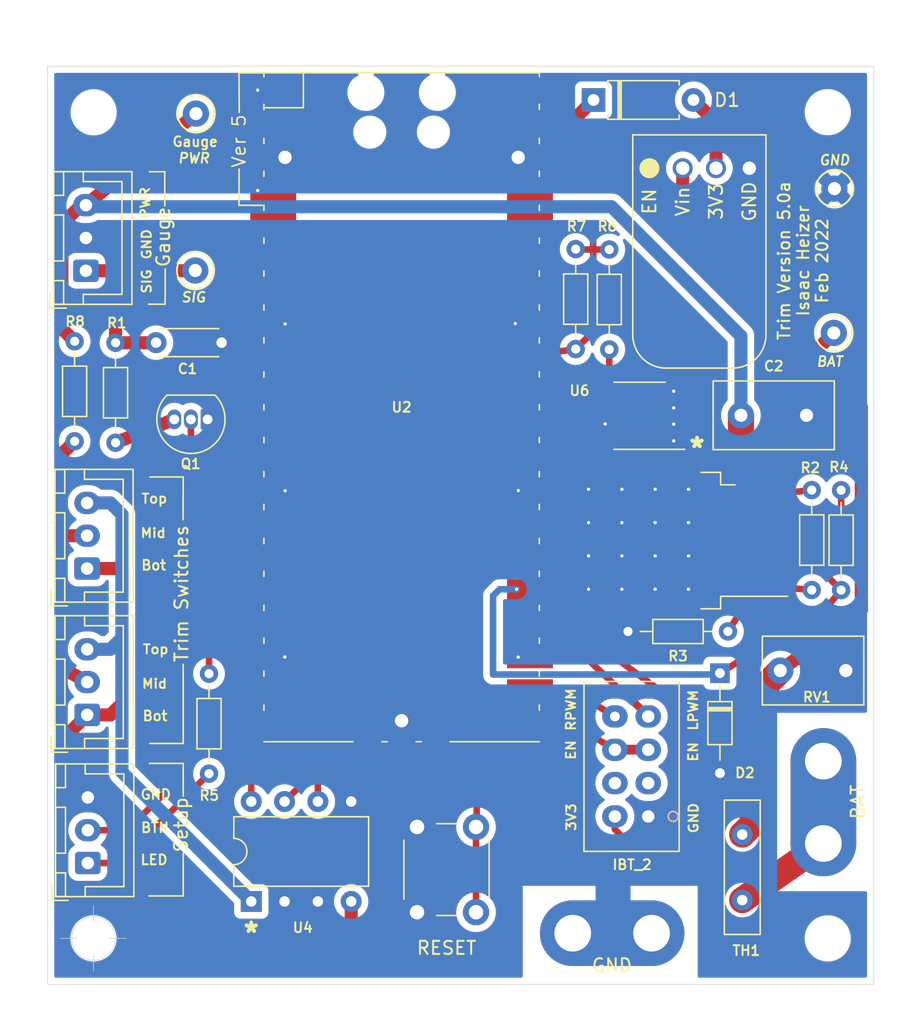
<source format=kicad_pcb>
(kicad_pcb (version 20211014) (generator pcbnew)
  (layers (0 "F.Cu" signal) (31 "B.Cu" signal) (34 "B.Paste" user) (35 "F.Paste" user) (36 "B.SilkS" user "B.Silkscreen") (37 "F.SilkS" user "F.Silkscreen") (38 "B.Mask" user) (39 "F.Mask" user) (44 "Edge.Cuts" user))
  (net 0 "")
  (net 1 "GND")
  (net 2 "Net-(C1-Pad1)")
  (net 3 "Net-(J2-Pad2)")
  (net 4 "Net-(Q1-Pad3)")
  (net 5 "Net-(R2-Pad1)")
  (net 6 "Net-(SW1-Pad1)")
  (net 7 "Net-(J4-Pad1)")
  (net 8 "/~{Gauge Enable}")
  (net 11 "/3V3")
  (net 12 "Net-(H1-Pad1)")
  (net 26 "Net-(D1-Pad1)")
  (net 27 "Net-(D1-Pad2)")
  (net 30 "/SDA")
  (net 33 "/SCL")
  (net 35 "/Gauge PWM")
  (net 36 "Net-(J2-Pad1)")
  (net 37 "Net-(J2-Pad3)")
  (net 38 "/Status LED")
  (net 39 "/EN")
  (net 40 "/LWPM")
  (net 41 "/RWPM")
  (net 42 "/Switch Enable")
  (net 43 "/~{Config Btn}")
  (net 44 "/~{Switch Bot}")
  (net 45 "/~{Switch Top}")
  (net 46 "/10V2")
  (net 47 "/BAT")
  (footprint "Connector_JST:JST_XH_B3B-XH-A_1x03_P2.50mm_Vertical" (layer "F.Cu") (at 123.7 72.32 90)
    (fp_text reference "J1" hide)
    (fp_text value "Gauge")
    (pad "1" thru_hole roundrect locked (at 0 0 90) (size 1.7 1.95) (drill 0.95) (layers *.Cu *.Mask) (roundrect_rratio 0.1470588235) (net 2 "Net-(C1-Pad1)"))
    (pad "2" thru_hole oval locked (at 2.5 0 90) (size 1.7 1.95) (drill 0.95) (layers *.Cu *.Mask) (net 1 "GND"))
    (pad "3" thru_hole oval locked (at 5 0 90) (size 1.7 1.95) (drill 0.95) (layers *.Cu *.Mask) (net 46 "/10V2"))
  )
  (footprint "Connector_JST:JST_XH_B3B-XH-A_1x03_P2.50mm_Vertical" (layer "F.Cu") (at 123.845 117.475 90)
    (fp_text reference "J4" hide)
    (fp_text value "Config Btn")
    (pad "1" thru_hole roundrect locked (at 0 0 90) (size 1.7 1.95) (drill 0.95) (layers *.Cu *.Mask) (roundrect_rratio 0.1470588235) (net 7 "Net-(J4-Pad1)"))
    (pad "2" thru_hole oval locked (at 2.5 0 90) (size 1.7 1.95) (drill 0.95) (layers *.Cu *.Mask) (net 43 "/~{Config Btn}"))
    (pad "3" thru_hole oval locked (at 5 0 90) (size 1.7 1.95) (drill 0.95) (layers *.Cu *.Mask) (net 1 "GND"))
  )
  (footprint "Package_TO_SOT_THT:TO-92_Inline" (layer "F.Cu") (at 132.98 83.65 180)
    (fp_text reference "Q1" (at 1.29 -3.39 180) (layer "F.SilkS") (effects (font (size 0.75 0.75))))
    (fp_text value "2N7000BU")
    (pad "1" thru_hole rect locked (at 0 0 180) (size 1.05 1.5) (drill 0.75) (layers *.Cu *.Mask) (net 1 "GND"))
    (pad "2" thru_hole oval locked (at 1.27 0 180) (size 1.05 1.5) (drill 0.75) (layers *.Cu *.Mask) (net 35 "/Gauge PWM"))
    (pad "3" thru_hole oval locked (at 2.54 0 180) (size 1.05 1.5) (drill 0.75) (layers *.Cu *.Mask) (net 4 "Net-(Q1-Pad3)"))
  )
  (footprint "Resistor_THT:R_Axial_DIN0204_L3.6mm_D1.6mm_P7.62mm_Horizontal" (layer "F.Cu") (at 125.96 77.81 -90)
    (fp_text reference "R1" (at -1.505 -0.095 180) (layer "F.SilkS") (effects (font (size 0.75 0.75))))
    (fp_text value "1R0")
    (pad "1" thru_hole circle locked (at 0 0 270) (size 1.4 1.4) (drill 0.7) (layers *.Cu *.Mask) (net 2 "Net-(C1-Pad1)"))
    (pad "2" thru_hole oval locked (at 7.62 0 270) (size 1.4 1.4) (drill 0.7) (layers *.Cu *.Mask) (net 4 "Net-(Q1-Pad3)"))
  )
  (footprint "Resistor_THT:R_Axial_DIN0204_L3.6mm_D1.6mm_P7.62mm_Horizontal" (layer "F.Cu") (at 179.05 96.66 90)
    (fp_text reference "R2" (at 9.32 -0.11) (layer "F.SilkS") (effects (font (size 0.75 0.75))))
    (fp_text value "35K7" hide)
    (pad "1" thru_hole circle locked (at 0 0 90) (size 1.4 1.4) (drill 0.7) (layers *.Cu *.Mask) (net 5 "Net-(R2-Pad1)"))
    (pad "2" thru_hole oval locked (at 7.62 0 90) (size 1.4 1.4) (drill 0.7) (layers *.Cu *.Mask) (net 46 "/10V2"))
  )
  (footprint "Resistor_THT:R_Axial_DIN0204_L3.6mm_D1.6mm_P7.62mm_Horizontal" (layer "F.Cu") (at 181.29 96.67 90)
    (fp_text reference "R4" (at 9.385 -0.165) (layer "F.SilkS") (effects (font (size 0.75 0.75))))
    (fp_text value "4K7")
    (pad "1" thru_hole circle locked (at 0 0 90) (size 1.4 1.4) (drill 0.7) (layers *.Cu *.Mask) (net 8 "/~{Gauge Enable}"))
    (pad "2" thru_hole oval locked (at 7.62 0 90) (size 1.4 1.4) (drill 0.7) (layers *.Cu *.Mask) (net 47 "/BAT"))
  )
  (footprint "Connector_JST:JST_XH_B3B-XH-A_1x03_P2.50mm_Vertical" (layer "F.Cu") (at 123.8 106.18 90)
    (fp_text reference "J2" hide)
    (fp_text value "Trim Sw")
    (pad "1" thru_hole roundrect locked (at 0 0 90) (size 1.7 1.95) (drill 0.95) (layers *.Cu *.Mask) (roundrect_rratio 0.1470588235) (net 36 "Net-(J2-Pad1)"))
    (pad "2" thru_hole oval locked (at 2.5 0 90) (size 1.7 1.95) (drill 0.95) (layers *.Cu *.Mask) (net 3 "Net-(J2-Pad2)"))
    (pad "3" thru_hole oval locked (at 5 0 90) (size 1.7 1.95) (drill 0.95) (layers *.Cu *.Mask) (net 37 "Net-(J2-Pad3)"))
  )
  (footprint "Connector_JST:JST_XH_B3B-XH-A_1x03_P2.50mm_Vertical" (layer "F.Cu") (at 123.79 95.02 90)
    (fp_text reference "J3" hide)
    (fp_text value "Trim Sw" hide)
    (pad "1" thru_hole roundrect locked (at 0 0 90) (size 1.7 1.95) (drill 0.95) (layers *.Cu *.Mask) (roundrect_rratio 0.1470588235) (net 36 "Net-(J2-Pad1)"))
    (pad "2" thru_hole oval locked (at 2.5 0 90) (size 1.7 1.95) (drill 0.95) (layers *.Cu *.Mask) (net 3 "Net-(J2-Pad2)"))
    (pad "3" thru_hole oval locked (at 5 0 90) (size 1.7 1.95) (drill 0.95) (layers *.Cu *.Mask) (net 37 "Net-(J2-Pad3)"))
  )
  (footprint "Button_Switch_THT:SW_PUSH_6mm_H7.3mm" (layer "F.Cu") (at 153.45 114.725 -90)
    (fp_text reference "SW1" hide)
    (fp_text value "Reset")
    (pad "1" thru_hole circle locked (at 6.5 0) (size 2 2) (drill 1.1) (layers *.Cu *.Mask) (net 6 "Net-(SW1-Pad1)"))
    (pad "1" thru_hole circle locked (at 0 0) (size 2 2) (drill 1.1) (layers *.Cu *.Mask) (net 6 "Net-(SW1-Pad1)"))
    (pad "2" thru_hole circle locked (at 6.5 4.5) (size 2 2) (drill 1.1) (layers *.Cu *.Mask) (net 1 "GND"))
    (pad "2" thru_hole circle locked (at 0 4.5) (size 2 2) (drill 1.1) (layers *.Cu *.Mask) (net 1 "GND"))
  )
  (footprint "Capacitor_THT:C_Disc_D4.3mm_W1.9mm_P5.00mm" (layer "F.Cu") (at 129.05 77.8)
    (fp_text reference "C1" (at 2.4 2 180) (layer "F.SilkS") (effects (font (size 0.75 0.75))))
    (fp_text value ".01u")
    (pad "1" thru_hole circle locked (at 0 0) (size 1.6 1.6) (drill 0.8) (layers *.Cu *.Mask) (net 2 "Net-(C1-Pad1)"))
    (pad "2" thru_hole circle locked (at 5 0) (size 1.6 1.6) (drill 0.8) (layers *.Cu *.Mask) (net 1 "GND"))
  )
  (footprint "Resistor_THT:R_Axial_DIN0204_L3.6mm_D1.6mm_P7.62mm_Horizontal" (layer "F.Cu") (at 122.84 77.7 -90)
    (fp_text reference "R8" (at -1.505 -0.035) (layer "F.SilkS") (effects (font (size 0.75 0.75))))
    (fp_text value "4K7")
    (pad "1" thru_hole circle locked (at 0 0 270) (size 1.4 1.4) (drill 0.7) (layers *.Cu *.Mask) (net 46 "/10V2"))
    (pad "2" thru_hole oval locked (at 7.62 0 270) (size 1.4 1.4) (drill 0.7) (layers *.Cu *.Mask) (net 3 "Net-(J2-Pad2)"))
  )
  (footprint "Resistor_THT:R_Axial_DIN0204_L3.6mm_D1.6mm_P7.62mm_Horizontal" (layer "F.Cu") (at 172.66 99.82 180)
    (fp_text reference "R3" (at 3.81 -1.88 180) (layer "F.SilkS") (effects (font (size 0.75 0.75))))
    (fp_text value "5K11 (R1)")
    (pad "1" thru_hole circle locked (at 0 0 180) (size 1.4 1.4) (drill 0.7) (layers *.Cu *.Mask) (net 5 "Net-(R2-Pad1)"))
    (pad "2" thru_hole oval locked (at 7.62 0 180) (size 1.4 1.4) (drill 0.7) (layers *.Cu *.Mask) (net 1 "GND"))
  )
  (footprint "Package_DIP:DIP-8_W7.62mm" (layer "F.Cu") (at 136.31 120.405 90)
    (fp_text reference "U4" (at -1.995 3.925 180) (layer "F.SilkS") (effects (font (size 0.75 0.75))))
    (fp_text value "CPC5002G")
    (pad "1" thru_hole rect locked (at 0 0 90) (size 1.6 1.6) (drill 0.8) (layers *.Cu *.Mask) (net 37 "Net-(J2-Pad3)"))
    (pad "2" thru_hole oval locked (at 0 2.54 90) (size 1.6 1.6) (drill 0.8) (layers *.Cu *.Mask) (net 1 "GND"))
    (pad "3" thru_hole oval locked (at 0 5.08 90) (size 1.6 1.6) (drill 0.8) (layers *.Cu *.Mask) (net 1 "GND"))
    (pad "4" thru_hole oval locked (at 0 7.62 90) (size 1.6 1.6) (drill 0.8) (layers *.Cu *.Mask) (net 36 "Net-(J2-Pad1)"))
    (pad "5" thru_hole oval locked (at 7.62 7.62 90) (size 1.6 1.6) (drill 0.8) (layers *.Cu *.Mask) (net 1 "GND"))
    (pad "6" thru_hole oval locked (at 7.62 5.08 90) (size 1.6 1.6) (drill 0.8) (layers *.Cu *.Mask) (net 44 "/~{Switch Bot}"))
    (pad "7" thru_hole oval locked (at 7.62 2.54 90) (size 1.6 1.6) (drill 0.8) (layers *.Cu *.Mask) (net 45 "/~{Switch Top}"))
    (pad "8" thru_hole oval locked (at 7.62 0 90) (size 1.6 1.6) (drill 0.8) (layers *.Cu *.Mask) (net 42 "/Switch Enable"))
  )
  (footprint "Resistor_THT:R_Axial_DIN0204_L3.6mm_D1.6mm_P7.62mm_Horizontal" (layer "F.Cu") (at 133.09 110.66 90)
    (fp_text reference "R5" (at -1.665 0.015) (layer "F.SilkS") (effects (font (size 0.75 0.75))))
    (fp_text value "100")
    (pad "1" thru_hole circle locked (at 0 0 90) (size 1.4 1.4) (drill 0.7) (layers *.Cu *.Mask) (net 7 "Net-(J4-Pad1)"))
    (pad "2" thru_hole oval locked (at 7.62 0 90) (size 1.4 1.4) (drill 0.7) (layers *.Cu *.Mask) (net 38 "/Status LED"))
  )
  (footprint "myfootprints:RPi_Pico_SMD" (layer "F.Cu") (at 147.775 82.725)
    (fp_text reference "U2" (at 0 0) (layer "F.SilkS") (effects (font (size 0.75 0.75))))
    (fp_text value "Pico")
    (pad "" np_thru_hole oval locked (at 2.425 -20.97) (size 1.5 1.5) (drill 1.5) (layers *.Cu *.Mask))
    (pad "" np_thru_hole oval locked (at -2.425 -20.97) (size 1.5 1.5) (drill 1.5) (layers *.Cu *.Mask))
    (pad "" np_thru_hole oval locked (at -2.725 -24) (size 1.8 1.8) (drill 1.8) (layers *.Cu *.Mask))
    (pad "" np_thru_hole oval locked (at 2.725 -24) (size 1.8 1.8) (drill 1.8) (layers *.Cu *.Mask))
    (pad "1" smd rect locked (at -8.89 -24.13) (size 3.5 1.7) (drill (offset -0.9 0)) (layers "F.Cu" "F.Mask") (net 1 "GND"))
    (pad "2" smd rect locked (at -8.89 -21.59) (size 3.5 1.7) (drill (offset -0.9 0)) (layers "F.Cu" "F.Mask"))
    (pad "3" thru_hole rect locked (at -8.89 -19.05) (size 3.5 1.7) (drill 1.02 (offset -0.9 0)) (layers *.Cu "F.Mask") (net 1 "GND"))
    (pad "4" smd rect locked (at -8.89 -16.51) (size 3.5 1.7) (drill (offset -0.9 0)) (layers "F.Cu" "F.Mask") (net 1 "GND"))
    (pad "5" smd rect locked (at -8.89 -13.97) (size 3.5 1.7) (drill (offset -0.9 0)) (layers "F.Cu" "F.Mask"))
    (pad "6" smd rect locked (at -8.89 -11.43) (size 3.5 1.7) (drill (offset -0.9 0)) (layers "F.Cu" "F.Mask"))
    (pad "7" smd rect locked (at -8.89 -8.89) (size 3.5 1.7) (drill (offset -0.9 0)) (layers "F.Cu" "F.Mask"))
    (pad "8" smd rect locked (at -8.89 -6.35) (size 3.5 1.7) (drill (offset -0.9 0)) (layers "F.Cu" "F.Mask") (net 1 "GND"))
    (pad "9" smd rect locked (at -8.89 -3.81) (size 3.5 1.7) (drill (offset -0.9 0)) (layers "F.Cu" "F.Mask"))
    (pad "10" smd rect locked (at -8.89 -1.27) (size 3.5 1.7) (drill (offset -0.9 0)) (layers "F.Cu" "F.Mask"))
    (pad "11" smd rect locked (at -8.89 1.27) (size 3.5 1.7) (drill (offset -0.9 0)) (layers "F.Cu" "F.Mask"))
    (pad "12" smd rect locked (at -8.89 3.81) (size 3.5 1.7) (drill (offset -0.9 0)) (layers "F.Cu" "F.Mask"))
    (pad "13" smd rect locked (at -8.89 6.35) (size 3.5 1.7) (drill (offset -0.9 0)) (layers "F.Cu" "F.Mask") (net 1 "GND"))
    (pad "14" smd rect locked (at -8.89 8.89) (size 3.5 1.7) (drill (offset -0.9 0)) (layers "F.Cu" "F.Mask") (net 35 "/Gauge PWM"))
    (pad "15" smd rect locked (at -8.89 11.43) (size 3.5 1.7) (drill (offset -0.9 0)) (layers "F.Cu" "F.Mask") (net 43 "/~{Config Btn}"))
    (pad "16" smd rect locked (at -8.89 13.97) (size 3.5 1.7) (drill (offset -0.9 0)) (layers "F.Cu" "F.Mask") (net 38 "/Status LED"))
    (pad "17" smd rect locked (at -8.89 16.51) (size 3.5 1.7) (drill (offset -0.9 0)) (layers "F.Cu" "F.Mask") (net 44 "/~{Switch Bot}"))
    (pad "18" smd rect locked (at -8.89 19.05) (size 3.5 1.7) (drill (offset -0.9 0)) (layers "F.Cu" "F.Mask") (net 1 "GND"))
    (pad "19" smd rect locked (at -8.89 21.59) (size 3.5 1.7) (drill (offset -0.9 0)) (layers "F.Cu" "F.Mask") (net 45 "/~{Switch Top}"))
    (pad "20" smd rect locked (at -8.89 24.13) (size 3.5 1.7) (drill (offset -0.9 0)) (layers "F.Cu" "F.Mask") (net 42 "/Switch Enable"))
    (pad "21" smd rect locked (at 8.89 24.13) (size 3.5 1.7) (drill (offset 0.9 0)) (layers "F.Cu" "F.Mask") (net 39 "/EN"))
    (pad "22" smd rect locked (at 8.89 21.59) (size 3.5 1.7) (drill (offset 0.9 0)) (layers "F.Cu" "F.Mask") (net 40 "/LWPM"))
    (pad "23" smd rect locked (at 8.89 19.05) (size 3.5 1.7) (drill (offset 0.9 0)) (layers "F.Cu" "F.Mask") (net 1 "GND"))
    (pad "24" smd rect locked (at 8.89 16.51) (size 3.5 1.7) (drill (offset 0.9 0)) (layers "F.Cu" "F.Mask") (net 41 "/RWPM"))
    (pad "25" smd rect locked (at 8.89 13.97) (size 3.5 1.7) (drill (offset 0.9 0)) (layers "F.Cu" "F.Mask") (net 8 "/~{Gauge Enable}"))
    (pad "26" smd rect locked (at 8.89 11.43) (size 3.5 1.7) (drill (offset 0.9 0)) (layers "F.Cu" "F.Mask"))
    (pad "27" smd rect locked (at 8.89 8.89) (size 3.5 1.7) (drill (offset 0.9 0)) (layers "F.Cu" "F.Mask"))
    (pad "28" smd rect locked (at 8.89 6.35) (size 3.5 1.7) (drill (offset 0.9 0)) (layers "F.Cu" "F.Mask") (net 1 "GND"))
    (pad "29" smd rect locked (at 8.89 3.81) (size 3.5 1.7) (drill (offset 0.9 0)) (layers "F.Cu" "F.Mask"))
    (pad "30" smd rect locked (at 8.89 1.27) (size 3.5 1.7) (drill (offset 0.9 0)) (layers "F.Cu" "F.Mask") (net 6 "Net-(SW1-Pad1)"))
    (pad "31" smd rect locked (at 8.89 -1.27) (size 3.5 1.7) (drill (offset 0.9 0)) (layers "F.Cu" "F.Mask") (net 30 "/SDA"))
    (pad "32" smd rect locked (at 8.89 -3.81) (size 3.5 1.7) (drill (offset 0.9 0)) (layers "F.Cu" "F.Mask") (net 33 "/SCL"))
    (pad "33" smd rect locked (at 8.89 -6.35) (size 3.5 1.7) (drill (offset 0.9 0)) (layers "F.Cu" "F.Mask") (net 1 "GND"))
    (pad "34" smd rect locked (at 8.89 -8.89) (size 3.5 1.7) (drill (offset 0.9 0)) (layers "F.Cu" "F.Mask"))
    (pad "35" smd rect locked (at 8.89 -11.43) (size 3.5 1.7) (drill (offset 0.9 0)) (layers "F.Cu" "F.Mask"))
    (pad "36" smd rect locked (at 8.89 -13.97) (size 3.5 1.7) (drill (offset 0.9 0)) (layers "F.Cu" "F.Mask") (net 11 "/3V3"))
    (pad "37" smd rect locked (at 8.89 -16.51) (size 3.5 1.7) (drill (offset 0.9 0)) (layers "F.Cu" "F.Mask"))
    (pad "38" thru_hole rect locked (at 8.89 -19.05) (size 3.5 1.7) (drill 1.02 (offset 0.9 0)) (layers *.Cu "F.Mask") (net 1 "GND"))
    (pad "39" smd rect locked (at 8.89 -21.59) (size 3.5 1.7) (drill (offset 0.9 0)) (layers "F.Cu" "F.Mask") (net 26 "Net-(D1-Pad1)"))
    (pad "40" smd rect locked (at 8.89 -24.13) (size 3.5 1.7) (drill (offset 0.9 0)) (layers "F.Cu" "F.Mask"))
    (pad "41" smd rect locked (at -2.54 23.9 90) (size 3.5 1.7) (drill (offset -0.9 0)) (layers "F.Cu" "F.Mask"))
    (pad "42" thru_hole rect locked (at 0 23.9 90) (size 3.5 1.7) (drill 1.02 (offset -0.9 0)) (layers *.Cu "F.Mask") (net 1 "GND"))
    (pad "43" smd rect locked (at 2.54 23.9 90) (size 3.5 1.7) (drill (offset -0.9 0)) (layers "F.Cu" "F.Mask"))
  )
  (footprint "Package_SO:SOP-8_3.9x4.9mm_P1.27mm" (layer "F.Cu") (at 165.925 83.375 180)
    (fp_text reference "U6" (at 4.585 1.915 180) (layer "F.SilkS") (effects (font (size 0.75 0.75))))
    (fp_text value "MB85RC64TA")
    (pad "1" smd roundrect locked (at -2.625 -1.905 180) (size 1.65 0.6) (layers "F.Cu" "F.Paste" "F.Mask") (net 1 "GND"))
    (pad "2" smd roundrect locked (at -2.625 -0.635 180) (size 1.65 0.6) (layers "F.Cu" "F.Paste" "F.Mask") (net 1 "GND"))
    (pad "3" smd roundrect locked (at -2.625 0.635 180) (size 1.65 0.6) (layers "F.Cu" "F.Paste" "F.Mask") (net 1 "GND"))
    (pad "4" smd roundrect locked (at -2.625 1.905 180) (size 1.65 0.6) (layers "F.Cu" "F.Paste" "F.Mask") (net 1 "GND"))
    (pad "5" smd roundrect locked (at 2.625 1.905 180) (size 1.65 0.6) (layers "F.Cu" "F.Paste" "F.Mask") (net 30 "/SDA"))
    (pad "6" smd roundrect locked (at 2.625 0.635 180) (size 1.65 0.6) (layers "F.Cu" "F.Paste" "F.Mask") (net 33 "/SCL"))
    (pad "7" smd roundrect locked (at 2.625 -0.635 180) (size 1.65 0.6) (layers "F.Cu" "F.Paste" "F.Mask") (net 1 "GND"))
    (pad "8" smd roundrect locked (at 2.625 -1.905 180) (size 1.65 0.6) (layers "F.Cu" "F.Paste" "F.Mask") (net 11 "/3V3"))
  )
  (footprint "myfootprints:Converter_DCDC_Adafruit_MPM3610" (layer "F.Cu") (at 170.48 67.04 180)
    (fp_text reference "U3" hide)
    (fp_text value "MPM3610" hide)
    (fp_text user "EN" (at 3.81 0 90) (layer "F.SilkS"))
    (fp_text user "3V3" (at -1.27 0 90) (layer "F.SilkS"))
    (fp_text user "Vin" (at 1.27 0 90) (layer "F.SilkS"))
    (fp_text user "GND" (at -3.81 0 90) (layer "F.SilkS"))
    (pad "1" thru_hole circle locked (at -3.81 2.54 180) (size 1.524 1.524) (drill 1.02) (layers *.Cu *.Mask) (net 1 "GND"))
    (pad "2" thru_hole circle locked (at -1.27 2.54 180) (size 1.524 1.524) (drill 1.02) (layers *.Cu *.Mask) (net 27 "Net-(D1-Pad2)"))
    (pad "3" thru_hole circle locked (at 1.27 2.54 180) (size 1.524 1.524) (drill 1.02) (layers *.Cu *.Mask) (net 47 "/BAT"))
    (pad "4" smd circle locked (at 3.81 2.54 180) (size 1.524 1.524) (layers "F.Cu" "F.SilkS"))
  )
  (footprint "myfootprints:Connector_TE_280384-2" (layer "F.Cu") (at 166.58 113.92 90)
    (fp_text reference "U5" hide)
    (fp_text value "280384-2" hide)
    (pad "1" thru_hole oval locked (at 7.62 -2.54 90) (size 1.7 1.95) (drill 0.75) (layers *.Cu *.Mask) (net 40 "/LWPM"))
    (pad "2" thru_hole oval locked (at 7.62 0 90) (size 1.7 1.95) (drill 0.95) (layers *.Cu *.Mask) (net 41 "/RWPM"))
    (pad "3" thru_hole oval locked (at 5.08 -2.54 90) (size 1.7 1.95) (drill 0.95) (layers *.Cu *.Mask) (net 39 "/EN"))
    (pad "4" thru_hole oval locked (at 5.08 0 90) (size 1.7 1.95) (drill 0.95) (layers *.Cu *.Mask) (net 39 "/EN"))
    (pad "5" thru_hole oval locked (at 2.54 -2.54 90) (size 1.7 1.95) (drill 0.95) (layers *.Cu *.Mask))
    (pad "6" thru_hole oval locked (at 2.54 0 90) (size 1.7 1.95) (drill 0.95) (layers *.Cu *.Mask))
    (pad "7" thru_hole oval locked (at 0 -2.54 90) (size 1.7 1.95) (drill 0.95) (layers *.Cu *.Mask) (net 11 "/3V3"))
    (pad "8" thru_hole oval locked (at 0 0 90) (size 1.7 1.95) (drill 0.95) (layers *.Cu *.Mask) (net 1 "GND"))
  )
  (footprint "MountingHole:MountingHole_2.5mm_Pad_TopBottom" (layer "F.Cu") (at 166.835 122.825 90)
    (fp_text reference "H4" hide)
    (fp_text value "MountingHole_Pad")
    (pad "1" thru_hole circle locked (at 0 0 90) (size 3.2 3.2) (drill 2.8) (layers *.Cu *.Mask) (net 1 "GND"))
    (pad "1" connect circle locked (at 0 0 90) (size 5 5) (layers "F.Cu" "F.Mask") (net 1 "GND"))
    (pad "1" connect circle locked (at 0 0 90) (size 5 5) (layers "B.Cu" "B.Mask") (net 1 "GND"))
  )
  (footprint "MountingHole:MountingHole_2.5mm" (layer "F.Cu") (at 124.29 60.24)
    (fp_text reference "H5" hide)
    (fp_text value "MountingHole")
    (pad "" np_thru_hole circle locked (at 0 0) (size 2.5 2.5) (drill 2.5) (layers *.Cu *.Mask))
  )
  (footprint "MountingHole:MountingHole_2.5mm_Pad_TopBottom" (layer "F.Cu") (at 160.825 122.825 90)
    (fp_text reference "H2" hide)
    (fp_text value "MountingHole_Pad")
    (pad "1" connect circle locked (at 0 0 90) (size 5 5) (layers "B.Cu" "B.Mask") (net 1 "GND"))
    (pad "1" thru_hole circle locked (at 0 0 90) (size 3.2 3.2) (drill 2.8) (layers *.Cu *.Mask) (net 1 "GND"))
    (pad "1" connect circle locked (at 0 0 90) (size 5 5) (layers "F.Cu" "F.Mask") (net 1 "GND"))
  )
  (footprint "TestPoint:TestPoint_Keystone_5000-5004_Miniature" (layer "F.Cu") (at 132.04 72.3)
    (fp_text reference "TP4" hide)
    (fp_text value "SIG" (at -0.13 2.04) (layer "F.SilkS") (effects (font (size 0.75 0.75) (thickness 0.15) italic)))
    (pad "1" thru_hole circle locked (at 0 0) (size 2 2) (drill 1) (layers *.Cu *.Mask) (net 2 "Net-(C1-Pad1)"))
  )
  (footprint "MountingHole:MountingHole_2.5mm" (layer "F.Cu") (at 180.27 60.23)
    (fp_text reference "H7" hide)
    (fp_text value "MountingHole")
    (pad "" np_thru_hole circle locked (at 0 0) (size 2.5 2.5) (drill 2.5) (layers *.Cu *.Mask))
  )
  (footprint "TestPoint:TestPoint_Keystone_5000-5004_Miniature" (layer "F.Cu") (at 180.73 77.06)
    (fp_text reference "TP2" hide)
    (fp_text value "BAT" (at -0.31 2.18) (layer "F.SilkS") (effects (font (size 0.75 0.75) (thickness 0.15) italic)))
    (pad "1" thru_hole circle locked (at 0 0) (size 2 2) (drill 1) (layers *.Cu *.Mask) (net 47 "/BAT"))
  )
  (footprint "Diode_THT:D_DO-34_SOD68_P7.62mm_Horizontal" (layer "F.Cu") (at 172.05 103 -90)
    (fp_text reference "D2" (at 7.6 -1.9) (layer "F.SilkS") (effects (font (size 0.75 0.75))))
    (fp_text value "BZX79C3V3")
    (pad "1" thru_hole rect locked (at 0 0 270) (size 1.5 1.5) (drill 0.75) (layers *.Cu *.Mask) (net 8 "/~{Gauge Enable}"))
    (pad "2" thru_hole oval locked (at 7.62 0 270) (size 1.5 1.5) (drill 0.75) (layers *.Cu *.Mask) (net 1 "GND"))
  )
  (footprint "Capacitor_THT:C_Disc_D10.0mm_W2.5mm_P5.00mm" (layer "F.Cu") (at 173.75 115.3 -90)
    (fp_text reference "TH1" (at 8.85 -0.31 180) (layer "F.SilkS") (effects (font (size 0.75 0.75))))
    (fp_text value "PTR030V0135-BK")
    (pad "1" thru_hole circle locked (at 0 0 270) (size 1.6 1.6) (drill 0.8) (layers *.Cu *.Mask) (net 47 "/BAT"))
    (pad "2" thru_hole circle locked (at 5 0 270) (size 1.6 1.6) (drill 0.8) (layers *.Cu *.Mask) (net 12 "Net-(H1-Pad1)"))
  )
  (footprint "MountingHole:MountingHole_2.5mm" (layer "F.Cu") (at 124.28 123.22)
    (fp_text reference "H6" hide)
    (fp_text value "MountingHole")
    (pad "" np_thru_hole circle locked (at 0 0) (size 2.5 2.5) (drill 2.5) (layers *.Cu *.Mask))
  )
  (footprint "Capacitor_THT:C_Disc_D9.0mm_W5.0mm_P5.00mm" (layer "F.Cu") (at 173.65 83.34)
    (fp_text reference "C2" (at 2.5 -3.75) (layer "F.SilkS") (effects (font (size 0.75 0.75))))
    (fp_text value "100uF")
    (pad "1" thru_hole circle locked (at 0 0) (size 2 2) (drill 1) (layers *.Cu *.Mask) (net 46 "/10V2"))
    (pad "2" thru_hole circle locked (at 5 0) (size 2 2) (drill 1) (layers *.Cu *.Mask) (net 1 "GND"))
  )
  (footprint "Package_TO_SOT_SMD:TO-263-5_TabPin3" (layer "F.Cu") (at 169.15 92.89 180)
    (fp_text reference "U1" hide)
    (fp_text value "LM2941CS")
    (pad "1" smd rect locked (at -5.775 -3.4 180) (size 4.6 1.1) (layers "F.Cu" "F.Paste" "F.Mask") (net 5 "Net-(R2-Pad1)"))
    (pad "2" smd rect locked (at -5.775 -1.7 180) (size 4.6 1.1) (layers "F.Cu" "F.Paste" "F.Mask") (net 8 "/~{Gauge Enable}"))
    (pad "3" smd rect locked (at 3.375 0 180) (size 9.4 10.8) (layers "F.Cu" "F.Mask") (net 1 "GND"))
    (pad "3" smd rect locked (at -5.775 0 180) (size 4.6 1.1) (layers "F.Cu" "F.Paste" "F.Mask") (net 1 "GND"))
    (pad "4" smd rect locked (at -5.775 1.7 180) (size 4.6 1.1) (layers "F.Cu" "F.Paste" "F.Mask") (net 47 "/BAT"))
    (pad "5" smd rect locked (at -5.775 3.4 180) (size 4.6 1.1) (layers "F.Cu" "F.Paste" "F.Mask") (net 46 "/10V2"))
  )
  (footprint "Diode_THT:D_A-405_P7.62mm_Horizontal" (layer "F.Cu") (at 162.41 59.3)
    (fp_text reference "D1" (at 10.18 0) (layer "F.SilkS"))
    (fp_text value "1N5817")
    (pad "1" thru_hole rect locked (at 0 0) (size 1.8 1.8) (drill 0.9) (layers *.Cu *.Mask) (net 26 "Net-(D1-Pad1)"))
    (pad "2" thru_hole oval locked (at 7.62 0) (size 1.8 1.8) (drill 0.9) (layers *.Cu *.Mask) (net 27 "Net-(D1-Pad2)"))
  )
  (footprint "Capacitor_THT:C_Disc_D7.5mm_W5.0mm_P5.00mm" (layer "F.Cu") (at 176.65 102.8)
    (fp_text reference "RV1" (at 2.79 2.03) (layer "F.SilkS") (effects (font (size 0.75 0.75))))
    (fp_text value "V05P14AUTO")
    (pad "1" thru_hole circle locked (at 0 0) (size 2 2) (drill 1) (layers *.Cu *.Mask) (net 47 "/BAT"))
    (pad "2" thru_hole circle locked (at 5 0) (size 2 2) (drill 1) (layers *.Cu *.Mask) (net 1 "GND"))
  )
  (footprint "MountingHole:MountingHole_2.5mm" (layer "F.Cu") (at 180.27 123.22)
    (fp_text reference "H8" hide)
    (fp_text value "MountingHole")
    (pad "" np_thru_hole circle locked (at 0 0) (size 2.5 2.5) (drill 2.5) (layers *.Cu *.Mask))
  )
  (footprint "Resistor_THT:R_Axial_DIN0204_L3.6mm_D1.6mm_P7.62mm_Horizontal" (layer "F.Cu") (at 163.61 78.32 90)
    (fp_text reference "R7" (at 9.39 -2.5 180) (layer "F.SilkS") (effects (font (size 0.75 0.75))))
    (fp_text value "3K0")
    (pad "1" thru_hole circle (at 0 0 90) (size 1.4 1.4) (drill 0.7) (layers *.Cu *.Mask) (net 30 "/SDA"))
    (pad "2" thru_hole oval (at 7.62 0 90) (size 1.4 1.4) (drill 0.7) (layers *.Cu *.Mask) (net 11 "/3V3"))
  )
  (footprint "MountingHole:MountingHole_2.5mm_Pad_TopBottom" (layer "F.Cu") (at 179.935 109.705 180)
    (fp_text reference "H1" hide)
    (fp_text value "MountingHole_Pad" hide)
    (pad "1" thru_hole circle locked (at 0 0 180) (size 3.2 3.2) (drill 2.8) (layers *.Cu *.Mask) (net 12 "Net-(H1-Pad1)"))
    (pad "1" connect circle locked (at 0 0 180) (size 5 5) (layers "B.Cu" "B.Mask") (net 12 "Net-(H1-Pad1)"))
    (pad "1" connect circle locked (at 0 0 180) (size 5 5) (layers "F.Cu" "F.Mask") (net 12 "Net-(H1-Pad1)"))
  )
  (footprint "MountingHole:MountingHole_2.5mm_Pad_TopBottom" (layer "F.Cu") (at 179.935 115.985 180)
    (fp_text reference "H3" hide)
    (fp_text value "MountingHole_Pad")
    (pad "1" connect circle locked (at 0 0 180) (size 5 5) (layers "F.Cu" "F.Mask") (net 12 "Net-(H1-Pad1)"))
    (pad "1" thru_hole circle locked (at 0 0 180) (size 3.2 3.2) (drill 2.8) (layers *.Cu *.Mask) (net 12 "Net-(H1-Pad1)"))
    (pad "1" connect circle locked (at 0 0 180) (size 5 5) (layers "B.Cu" "B.Mask") (net 12 "Net-(H1-Pad1)"))
  )
  (footprint "TestPoint:TestPoint_Keystone_5000-5004_Miniature" (layer "F.Cu") (at 180.78 66.06)
    (fp_text reference "TP3" hide)
    (fp_text value "GND" (at 0.01 -2.17) (layer "F.SilkS") (effects (font (size 0.75 0.75) (thickness 0.15) italic)))
    (pad "1" thru_hole circle locked (at 0 0) (size 2 2) (drill 1) (layers *.Cu *.Mask) (net 1 "GND"))
  )
  (footprint "TestPoint:TestPoint_Keystone_5000-5004_Miniature" (layer "F.Cu") (at 132.09 60.34)
    (fp_text reference "TP1" hide)
    (fp_text value "PWR" (at -0.16 3.4) (layer "F.SilkS") (effects (font (size 0.75 0.75) (thickness 0.15) italic)))
    (pad "1" thru_hole circle locked (at 0 0) (size 2 2) (drill 1) (layers *.Cu *.Mask) (net 46 "/10V2"))
  )
  (footprint "Resistor_THT:R_Axial_DIN0204_L3.6mm_D1.6mm_P7.62mm_Horizontal" (layer "F.Cu") (at 161.05 70.67 -90)
    (fp_text reference "R6" (at -1.74 -2.41 180) (layer "F.SilkS") (effects (font (size 0.75 0.75))))
    (fp_text value "3K0")
    (pad "1" thru_hole circle (at 0 0 270) (size 1.4 1.4) (drill 0.7) (layers *.Cu *.Mask) (net 11 "/3V3"))
    (pad "2" thru_hole oval (at 7.62 0 270) (size 1.4 1.4) (drill 0.7) (layers *.Cu *.Mask) (net 33 "/SCL"))
  )
  (gr_line (start 129.71 64.77) (end 128.55 64.77) (layer "F.SilkS") (width 0.12))
  (gr_line (start 135.375 57.24) (end 135.39 60.24) (layer "F.SilkS") (width 0.12))
  (gr_line (start 131.12 108.36) (end 128.58 108.36) (layer "F.SilkS") (width 0.12))
  (gr_line (start 129.75 72.18) (end 129.74 74.87) (layer "F.SilkS") (width 0.12))
  (gr_line (start 135.375 67.325) (end 135.38 64.57) (layer "F.SilkS") (width 0.12))
  (gr_line (start 131.12 102.32) (end 131.12 108.36) (layer "F.SilkS") (width 0.12))
  (gr_line (start 131.12 116.74) (end 131.12 119.98) (layer "F.SilkS") (width 0.12))
  (gr_line (start 137.28 57.23) (end 135.38 57.23) (layer "F.SilkS") (width 0.12))
  (gr_line (start 131.12 109.88) (end 128.55 109.88) (layer "F.SilkS") (width 0.12))
  (gr_line (start 129.72 67.37) (end 129.71 64.77) (layer "F.SilkS") (width 0.12))
  (gr_line (start 137.15 67.33) (end 135.375 67.325) (layer "F.SilkS") (width 0.12))
  (gr_line (start 129.74 74.87) (end 128.47 74.87) (layer "F.SilkS") (width 0.12))
  (gr_line (start 131.12 88.04) (end 131.11 91.3) (layer "F.SilkS") (width 0.12))
  (gr_line (start 131.12 112.36) (end 131.12 109.88) (layer "F.SilkS") (width 0.12))
  (gr_line (start 128.58 88.04) (end 131.12 88.04) (layer "F.SilkS") (width 0.12))
  (gr_line (start 131.12 119.98) (end 128.51 119.98) (layer "F.SilkS") (width 0.12))
  (gr_rect (start 120.775 56.725) (end 183.775 126.725) (layer "Edge.Cuts") (width 0.05) (fill none))
  (gr_text "Gauge" (at 129.6 69.75 90) (layer "F.SilkS") (effects (font (size 1 1))))
  (gr_text "Bot" (at 128.87 94.77) (layer "F.SilkS") (effects (font (size 0.75 0.75))))
  (gr_text "GND" (at 129.03 112.25) (layer "F.SilkS") (effects (font (size 0.75 0.75))))
  (gr_text "BTN" (at 128.97 114.78) (layer "F.SilkS") (effects (font (size 0.75 0.75))))
  (gr_text "LED" (at 128.9 117.23) (layer "F.SilkS") (effects (font (size 0.75 0.75))))
  (gr_text "PWR" (at 128.225 67.125 90) (layer "F.SilkS") (effects (font (size 0.7 0.75))))
  (gr_text "GND" (at 128.33 70.3 90) (layer "F.SilkS") (effects (font (size 0.7 0.75))))
  (gr_text "SIG" (at 128.33 73.13 90) (layer "F.SilkS") (effects (font (size 0.7 0.75))))
  (gr_text "GND" (at 170.035 114.045 90) (layer "F.SilkS") (effects (font (size 0.7 0.75))))
  (gr_text "EN" (at 160.685 108.855 90) (layer "F.SilkS") (effects (font (size 0.7 0.75))))
  (gr_text "LPWM" (at 170.005 105.825 90) (layer "F.SilkS") (effects (font (size 0.7 0.75))))
  (gr_text "3V3" (at 160.715 113.975 90) (layer "F.SilkS") (effects (font (size 0.7 0.75))))
  (gr_text "EN" (at 170.005 108.995 90) (layer "F.SilkS") (effects (font (size 0.7 0.75))))
  (gr_text "RPWM" (at 160.685 105.775 90) (layer "F.SilkS") (effects (font (size 0.7 0.75))))
  (gr_text "BAT" (at 182.56 112.82 90) (layer "F.SilkS") (effects (font (size 1 1))))
  (gr_text "GND" (at 163.815 125.275) (layer "F.SilkS") (effects (font (size 1 1))))
  (gr_text "Mid" (at 128.835 92.315) (layer "F.SilkS") (effects (font (size 0.7 0.75))))
  (gr_text "Mid" (at 128.935 103.805) (layer "F.SilkS") (effects (font (size 0.7 0.75))))
  (gr_text "Setup" (at 130.96 114.56 90) (layer "F.SilkS") (effects (font (size 1 1))))
  (gr_text "*" (at 136.31 122.83) (layer "F.SilkS") (effects (font (size 1.5 1.5) (thickness 0.3))))
  (gr_text "Trim Version 5.0a\nIsaac Heizer\nFeb 2022" (at 178.39 71.56 90) (layer "F.SilkS") (effects (font (size 0.9 0.9))))
  (gr_text "RESET" (at 151.2 123.95) (layer "F.SilkS") (effects (font (size 1 1))))
  (gr_text "IBT_2" (at 165.35 117.6) (layer "F.SilkS") (effects (font (size 0.75 0.75))))
  (gr_text "Gauge" (at 132.03 62.48) (layer "F.SilkS") (effects (font (size 0.75 0.75))))
  (gr_text "Bot" (at 128.97 106.26) (layer "F.SilkS") (effects (font (size 0.75 0.75))))
  (gr_text "*" (at 170.3 85.875) (layer "F.SilkS") (effects (font (size 1.5 1.5) (thickness 0.3))))
  (gr_text "Trim Switches" (at 130.99 96.94 90) (layer "F.SilkS") (effects (font (size 1 1))))
  (gr_text "Top" (at 129.02 101.18) (layer "F.SilkS") (effects (font (size 0.7 0.75))))
  (gr_text "Top" (at 128.92 89.69) (layer "F.SilkS") (effects (font (size 0.7 0.75))))
  (gr_text "Ver 5" (at 135.38 62.43 90) (layer "F.SilkS") (effects (font (size 1 1) (thickness 0.125))))
  (target plus (at 124.28 123.22) (size 5) (width 0.05) (layer "Edge.Cuts"))
  (segment (start 160.825 122.825) (end 166.835 122.825) (width 5) (layer "F.Cu") (net 1))
  (segment (start 174.925 92.89) (end 165.775 92.89) (width 1) (layer "F.Cu") (net 1))
  (segment (start 168.525 84.02) (end 168.525 85.255) (width 0.43) (layer "F.Cu") (net 1))
  (segment (start 168.55 82.74) (end 168.55 84.01) (width 0.43) (layer "F.Cu") (net 1))
  (segment (start 168.55 81.47) (end 168.55 82.745) (width 0.43) (layer "F.Cu") (net 1))
  (via (at 138.895 76.375) (size 0.508) (drill 0.254) (layers "F.Cu" "B.Cu") (net 1))
  (via (at 138.895 89.085) (size 0.508) (drill 0.254) (layers "F.Cu" "B.Cu") (net 1))
  (via (at 138.875 101.765) (size 0.508) (drill 0.254) (layers "F.Cu" "B.Cu") (net 1))
  (via (at 156.675 89.075) (size 0.508) (drill 0.254) (layers "F.Cu" "B.Cu") (net 1))
  (via (at 156.665 101.775) (size 0.508) (drill 0.254) (layers "F.Cu" "B.Cu") (net 1))
  (via (at 156.445 76.345) (size 0.508) (drill 0.254) (layers "F.Cu" "B.Cu") (net 1))
  (via (at 169.65 94.06) (size 0.508) (drill 0.254) (layers "F.Cu" "B.Cu") (net 1))
  (via (at 164.57 94.06) (size 0.508) (drill 0.254) (layers "F.Cu" "B.Cu") (net 1))
  (via (at 162.03 88.98) (size 0.508) (drill 0.254) (layers "F.Cu" "B.Cu") (net 1))
  (via (at 164.57 88.98) (size 0.508) (drill 0.254) (layers "F.Cu" "B.Cu") (net 1))
  (via (at 162.03 91.52) (size 0.508) (drill 0.254) (layers "F.Cu" "B.Cu") (net 1))
  (via (at 168.525 81.5) (size 0.508) (drill 0.254) (layers "F.Cu" "B.Cu") (net 1))
  (via (at 164.57 91.52) (size 0.508) (drill 0.254) (layers "F.Cu" "B.Cu") (net 1))
  (via (at 136.8 58.55) (size 0.508) (drill 0.254) (layers "F.Cu" "B.Cu") (net 1))
  (via (at 168.525 85.29) (size 0.508) (drill 0.254) (layers "F.Cu" "B.Cu") (net 1))
  (via (at 162.03 96.6) (size 0.508) (drill 0.254) (layers "F.Cu" "B.Cu") (net 1))
  (via (at 167.11 94.06) (size 0.508) (drill 0.254) (layers "F.Cu" "B.Cu") (net 1))
  (via (at 136.8 66.2) (size 0.508) (drill 0.254) (layers "F.Cu" "B.Cu") (net 1))
  (via (at 167.11 96.6) (size 0.508) (drill 0.254) (layers "F.Cu" "B.Cu") (net 1))
  (via (at 169.65 96.6) (size 0.508) (drill 0.254) (layers "F.Cu" "B.Cu") (net 1))
  (via (at 163.3 84) (size 0.508) (drill 0.254) (layers "F.Cu" "B.Cu") (net 1))
  (via (at 167.11 91.52) (size 0.508) (drill 0.254) (layers "F.Cu" "B.Cu") (net 1))
  (via (at 168.525 84.02) (size 0.508) (drill 0.254) (layers "F.Cu" "B.Cu") (net 1))
  (via (at 164.57 96.6) (size 0.508) (drill 0.254) (layers "F.Cu" "B.Cu") (net 1))
  (via (at 167.11 88.98) (size 0.508) (drill 0.254) (layers "F.Cu" "B.Cu") (net 1))
  (via (at 162.03 94.06) (size 0.508) (drill 0.254) (layers "F.Cu" "B.Cu") (net 1))
  (via (at 169.65 91.52) (size 0.508) (drill 0.254) (layers "F.Cu" "B.Cu") (net 1))
  (via (at 168.525 82.77) (size 0.508) (drill 0.254) (layers "F.Cu" "B.Cu") (net 1))
  (via (at 169.65 88.98) (size 0.508) (drill 0.254) (layers "F.Cu" "B.Cu") (net 1))
  (segment (start 160.825 122.825) (end 166.835 122.825) (width 5) (layer "B.Cu") (net 1))
  (segment (start 123.7 72.32) (end 126.1 72.32) (width 1) (layer "F.Cu") (net 2))
  (segment (start 126.1 72.32) (end 132.02 72.32) (width 1) (layer "F.Cu") (net 2))
  (segment (start 125.96 77.81) (end 129.04 77.81) (width 1) (layer "F.Cu") (net 2))
  (segment (start 125.96 72.46) (end 126.1 72.32) (width 1) (layer "F.Cu") (net 2))
  (segment (start 125.96 77.81) (end 125.96 72.46) (width 1) (layer "F.Cu") (net 2))
  (segment (start 123.78 92.52) (end 121.92 92.52) (width 1) (layer "F.Cu") (net 3))
  (segment (start 121.83 86.33) (end 121.83 92.62) (width 1) (layer "F.Cu") (net 3))
  (segment (start 121.81 92.96) (end 121.81 102.56) (width 1) (layer "F.Cu") (net 3))
  (segment (start 122.84 85.32) (end 121.83 86.33) (width 1) (layer "F.Cu") (net 3))
  (segment (start 121.81 102.56) (end 123.8 103.68) (width 1) (layer "F.Cu") (net 3))
  (segment (start 125.96 85.43) (end 130.44 83.65) (width 1) (layer "F.Cu") (net 4))
  (segment (start 174.925 96.29) (end 179.05 96.66) (width 0.5) (layer "F.Cu") (net 5))
  (segment (start 174.925 96.29) (end 172.66 99.82) (width 0.5) (layer "F.Cu") (net 5))
  (segment (start 153.45 114.725) (end 153.45 121.225) (width 0.5) (layer "F.Cu") (net 6))
  (segment (start 153.5 85.075) (end 153.5 114.675) (width 0.5) (layer "F.Cu") (net 6))
  (segment (start 156.665 83.995) (end 154.58 83.995) (width 0.5) (layer "F.Cu") (net 6))
  (segment (start 154.58 83.995) (end 153.5 85.075) (width 0.5) (layer "F.Cu") (net 6))
  (segment (start 126.275 117.475) (end 123.845 117.475) (width 0.5) (layer "F.Cu") (net 7))
  (segment (start 133.09 110.66) (end 126.275 117.475) (width 0.5) (layer "F.Cu") (net 7))
  (segment (start 180.35 97.8) (end 181.29 96.67) (width 0.5) (layer "F.Cu") (net 8))
  (segment (start 172.05 103) (end 180.35 97.8) (width 0.5) (layer "F.Cu") (net 8))
  (segment (start 179.21 94.59) (end 181.29 96.67) (width 0.5) (layer "F.Cu") (net 8))
  (segment (start 174.925 94.59) (end 179.21 94.59) (width 0.5) (layer "F.Cu") (net 8))
  (via (at 156.55 96.6) (size 0.508) (drill 0.254) (layers "F.Cu" "B.Cu") (net 8))
  (segment (start 154.75 97.1) (end 154.75 103.1) (width 0.5) (layer "B.Cu") (net 8))
  (segment (start 156.55 96.6) (end 155.25 96.6) (width 0.5) (layer "B.Cu") (net 8))
  (segment (start 154.75 103.1) (end 171.95 103.1) (width 0.5) (layer "B.Cu") (net 8))
  (segment (start 155.25 96.6) (end 154.75 97.1) (width 0.5) (layer "B.Cu") (net 8))
  (segment (start 163.61 70.7) (end 161.08 70.7) (width 0.5) (layer "F.Cu") (net 11))
  (segment (start 166.35 75.8) (end 166.35 84.125) (width 0.5) (layer "F.Cu") (net 11))
  (segment (start 168.49 114.83) (end 167.7 115.62) (width 0.5) (layer "F.Cu") (net 11))
  (segment (start 162.38 70.59) (end 162.38 69.53) (width 0.5) (layer "F.Cu") (net 11))
  (segment (start 166.35 84.125) (end 165.195 85.28) (width 0.5) (layer "F.Cu") (net 11))
  (segment (start 162.29 70.68) (end 162.38 70.59) (width 0.5) (layer "F.Cu") (net 11))
  (segment (start 160.1 86.27) (end 160.146841 98.186232) (width 0.5) (layer "F.Cu") (net 11))
  (segment (start 162.38 69.53) (end 161.605 68.755) (width 0.5) (layer "F.Cu") (net 11))
  (segment (start 162.39 71.84) (end 166.35 75.8) (width 0.5) (layer "F.Cu") (net 11))
  (segment (start 167.7 115.62) (end 164.75 115.62) (width 0.5) (layer "F.Cu") (net 11))
  (segment (start 161.09 85.28) (end 160.1 86.27) (width 0.5) (layer "F.Cu") (net 11))
  (segment (start 168.49 105.11) (end 168.49 114.83) (width 0.5) (layer "F.Cu") (net 11))
  (segment (start 163.3 85.28) (end 161.09 85.28) (width 0.5) (layer "F.Cu") (net 11))
  (segment (start 162.39 70.8) (end 162.39 71.84) (width 0.5) (layer "F.Cu") (net 11))
  (segment (start 162.29 70.7) (end 162.39 70.8) (width 0.5) (layer "F.Cu") (net 11))
  (segment (start 164.75 115.62) (end 164.04 114.91) (width 0.5) (layer "F.Cu") (net 11))
  (segment (start 165.195 85.28) (end 163.3 85.28) (width 0.5) (layer "F.Cu") (net 11))
  (segment (start 161.605 68.755) (end 156.665 68.755) (width 0.5) (layer "F.Cu") (net 11))
  (segment (start 160.820987 99.432528) (end 168.47 105.06) (width 0.5) (layer "F.Cu") (net 11))
  (segment (start 164.04 114.91) (end 164.04 113.92) (width 0.5) (layer "F.Cu") (net 11))
  (arc (start 160.146841 98.186232) (mid 160.327479 98.893999) (end 160.820987 99.432528) (width 0.5) (layer "F.Cu") (net 11))
  (segment (start 179.935 109.705) (end 179.935 115.985) (width 5) (layer "F.Cu") (net 12))
  (segment (start 173.75 120.3) (end 179.935 115.985) (width 2) (layer "F.Cu") (net 12))
  (segment (start 179.945 109.68) (end 179.945 115.96) (width 5) (layer "B.Cu") (net 12))
  (segment (start 156.665 61.135) (end 160.575 61.135) (width 1) (layer "F.Cu") (net 26))
  (segment (start 160.575 61.135) (end 162.41 59.3) (width 1) (layer "F.Cu") (net 26))
  (segment (start 171.75 61.02) (end 170.03 59.3) (width 1) (layer "F.Cu") (net 27))
  (segment (start 171.75 64.5) (end 171.75 61.02) (width 1) (layer "F.Cu") (net 27))
  (segment (start 163.61 81.16) (end 163.3 81.47) (width 0.5) (layer "F.Cu") (net 30))
  (segment (start 163.3 81.47) (end 156.68 81.47) (width 0.5) (layer "F.Cu") (net 30))
  (segment (start 163.61 78.32) (end 163.61 81.16) (width 0.5) (layer "F.Cu") (net 30))
  (segment (start 165.28 76.96) (end 165 76.68) (width 0.5) (layer "F.Cu") (net 33))
  (segment (start 156.665 78.915) (end 161.05 78.29) (width 0.5) (layer "F.Cu") (net 33))
  (segment (start 163.702849 82.74) (end 164.56 82.74) (width 0.5) (layer "F.Cu") (net 33))
  (segment (start 164.56 82.74) (end 165.28 82.02) (width 0.5) (layer "F.Cu") (net 33))
  (segment (start 165.28 82.02) (end 165.28 76.96) (width 0.5) (layer "F.Cu") (net 33))
  (segment (start 162.66 76.68) (end 161.05 78.29) (width 0.5) (layer "F.Cu") (net 33))
  (segment (start 165 76.68) (end 162.66 76.68) (width 0.5) (layer "F.Cu") (net 33))
  (segment (start 131.71 87.66) (end 135.665 91.615) (width 0.5) (layer "F.Cu") (net 35))
  (segment (start 135.665 91.615) (end 138.885 91.615) (width 0.5) (layer "F.Cu") (net 35))
  (segment (start 131.71 83.65) (end 131.71 87.66) (width 0.5) (layer "F.Cu") (net 35))
  (segment (start 127.25 119.5) (end 131.15 123.4) (width 1) (layer "F.Cu") (net 36))
  (segment (start 126.45 95.2) (end 126.45 105.3) (width 1) (layer "F.Cu") (net 36))
  (segment (start 126.27 95.02) (end 126.45 95.2) (width 1) (layer "F.Cu") (net 36))
  (segment (start 142.85 123.4) (end 143.93 122.32) (width 1) (layer "F.Cu") (net 36))
  (segment (start 123.8 106.18) (end 121.85 108.13) (width 1) (layer "F.Cu") (net 36))
  (segment (start 125.57 106.18) (end 123.8 106.18) (width 1) (layer "F.Cu") (net 36))
  (segment (start 143.93 122.32) (end 143.93 120.405) (width 1) (layer "F.Cu") (net 36))
  (segment (start 121.85 108.13) (end 121.85 119.5) (width 1) (layer "F.Cu") (net 36))
  (segment (start 121.85 119.5) (end 127.25 119.5) (width 1) (layer "F.Cu") (net 36))
  (segment (start 131.15 123.4) (end 142.85 123.4) (width 1) (layer "F.Cu") (net 36))
  (segment (start 123.79 95.02) (end 126.27 95.02) (width 1) (layer "F.Cu") (net 36))
  (segment (start 126.45 105.3) (end 125.57 106.18) (width 1) (layer "F.Cu") (net 36))
  (segment (start 125.57 101.18) (end 123.8 101.18) (width 1) (layer "B.Cu") (net 37))
  (segment (start 126.45 100.3) (end 125.57 101.18) (width 1) (layer "B.Cu") (net 37))
  (segment (start 126.45 110.545) (end 126.45 90.9) (width 1) (layer "B.Cu") (net 37))
  (segment (start 136.31 120.405) (end 126.45 110.545) (width 1) (layer "B.Cu") (net 37))
  (segment (start 123.79 90.02) (end 125.57 90.02) (width 1) (layer "B.Cu") (net 37))
  (segment (start 125.57 90.02) (end 126.45 90.9) (width 1) (layer "B.Cu") (net 37))
  (segment (start 133.09 98.76) (end 135.155 96.695) (width 0.5) (layer "F.Cu") (net 38))
  (segment (start 135.155 96.695) (end 138.885 96.695) (width 0.5) (layer "F.Cu") (net 38))
  (segment (start 133.09 103.04) (end 133.09 98.76) (width 0.5) (layer "F.Cu") (net 38))
  (segment (start 160.825 106.855) (end 164.04 108.84) (width 0.5) (layer "F.Cu") (net 39))
  (segment (start 156.665 106.855) (end 160.825 106.855) (width 0.5) (layer "F.Cu") (net 39))
  (segment (start 166.52 108.83) (end 163.98 108.83) (width 0.75) (layer "F.Cu") (net 39))
  (segment (start 161.13 104.54) (end 164.04 106.3) (width 0.5) (layer "F.Cu") (net 40))
  (segment (start 156.665 104.315) (end 161.13 104.54) (width 0.5) (layer "F.Cu") (net 40))
  (segment (start 159.94 100.03) (end 166.58 106.3) (width 0.5) (layer "F.Cu") (net 41))
  (segment (start 165.47 105.13) (end 166.49 106.15) (width 0.5) (layer "F.Cu") (net 41))
  (segment (start 156.665 99.235) (end 159.94 100.03) (width 0.5) (layer "F.Cu") (net 41))
  (segment (start 166.58 106.3) (end 165.47 105.13) (width 0.5) (layer "F.Cu") (net 41))
  (segment (start 136.31 109.43) (end 138.885 106.855) (width 0.5) (layer "F.Cu") (net 42))
  (segment (start 136.31 112.785) (end 136.31 109.43) (width 0.5) (layer "F.Cu") (net 42))
  (segment (start 130.85 98.6) (end 135.295 94.155) (width 0.5) (layer "F.Cu") (net 43))
  (segment (start 123.845 114.975) (end 126.86 114.975) (width 0.5) (layer "F.Cu") (net 43))
  (segment (start 135.295 94.155) (end 138.885 94.155) (width 0.5) (layer "F.Cu") (net 43))
  (segment (start 126.86 114.975) (end 130.85 110.985) (width 0.5) (layer "F.Cu") (net 43))
  (segment (start 130.85 110.985) (end 130.85 98.6) (width 0.5) (layer "F.Cu") (net 43))
  (segment (start 141.39 99.94) (end 140.685 99.235) (width 0.5) (layer "F.Cu") (net 44))
  (segment (start 140.685 99.235) (end 138.885 99.235) (width 0.5) (layer "F.Cu") (net 44))
  (segment (start 141.39 112.785) (end 141.39 99.94) (width 0.5) (layer "F.Cu") (net 44))
  (segment (start 140.55 111.085) (end 140.55 104.8) (width 0.5) (layer "F.Cu") (net 45))
  (segment (start 138.85 112.785) (end 140.55 111.085) (width 0.5) (layer "F.Cu") (net 45))
  (segment (start 140.55 104.8) (end 140.065 104.315) (width 0.5) (layer "F.Cu") (net 45))
  (segment (start 140.065 104.315) (end 138.885 104.315) (width 0.5) (layer "F.Cu") (net 45))
  (segment (start 121.87 68.78) (end 121.87 76.73) (width 1) (layer "F.Cu") (net 46))
  (segment (start 121.87 76.73) (end 122.84 77.7) (width 1) (layer "F.Cu") (net 46))
  (segment (start 123.33 67.32) (end 121.87 68.78) (width 1) (layer "F.Cu") (net 46))
  (segment (start 173.65 83.34) (end 173.65 88.82) (width 2) (layer "F.Cu") (net 46))
  (segment (start 179.05 89.04) (end 174.925 89.49) (width 0.5) (layer "F.Cu") (net 46))
  (segment (start 123.7 67.32) (end 132.09 60.34) (width 1) (layer "F.Cu") (net 46))
  (segment (start 173.65 83.34) (end 173.65 77.3) (width 1) (layer "B.Cu") (net 46))
  (segment (start 163.79 67.44) (end 123.82 67.44) (width 1) (layer "B.Cu") (net 46))
  (segment (start 173.65 77.3) (end 163.79 67.44) (width 1) (layer "B.Cu") (net 46))
  (segment (start 178.955 78.835) (end 178.945 78.835) (width 0.5) (layer "F.Cu") (net 47))
  (segment (start 174.549999 114.500001) (end 174.549999 104.900001) (width 2) (layer "F.Cu") (net 47))
  (segment (start 169.21 69.1) (end 169.21 64.5) (width 1) (layer "F.Cu") (net 47))
  (segment (start 180.73 77.06) (end 178.955 78.835) (width 1) (layer "F.Cu") (net 47))
  (segment (start 181.29 89.05) (end 181.3 91.13) (width 0.5) (layer "F.Cu") (net 47))
  (segment (start 182.83 98.21) (end 182.83 82.72) (width 1) (layer "F.Cu") (net 47))
  (segment (start 176.65 102.8) (end 182.83 98.21) (width 1) (layer "F.Cu") (net 47))
  (segment (start 182.83 82.72) (end 178.945 78.835) (width 1) (layer "F.Cu") (net 47))
  (segment (start 174.549999 104.900001) (end 176.65 102.8) (width 2) (layer "F.Cu") (net 47))
  (segment (start 174.925 91.19) (end 182.74 91.19) (width 1) (layer "F.Cu") (net 47))
  (segment (start 178.945 78.835) (end 169.21 69.1) (width 1) (layer "F.Cu") (net 47))
  (segment (start 173.75 115.3) (end 174.549999 114.500001) (width 2) (layer "F.Cu") (net 47))
  (zone (net 0) (net_name "") (layers F&B.Cu) (connect_pads (clearance 0)) (min_thickness 0.254)
    (keepout (tracks allowed) (vias allowed) (pads allowed) (copperpour not_allowed) (footprints allowed))
    (fill (thermal_gap 0.508) (thermal_bridge_width 0.508))
    (polygon (pts (xy 183.81 119.62) (xy 176.41 119.62) (xy 176.41 106.02) (xy 183.81 106.02)))
  )
  (zone (net 1) (net_name "GND") (layer "B.Cu") (connect_pads (clearance 0.508)) (min_thickness 0.254) (fill yes (thermal_gap 0.508) (thermal_bridge_width 1))
    (polygon (pts (xy 184.775 55.475) (xy 185.275 129.475) (xy 117.15 128.575) (xy 119.15 55.075)))
  )
  (zone (net 0) (net_name "") (layer "B.Cu") (connect_pads (clearance 0)) (min_thickness 0.254)
    (keepout (tracks allowed) (vias allowed) (pads allowed) (copperpour not_allowed) (footprints allowed))
    (fill (thermal_gap 0.508) (thermal_bridge_width 0.508))
    (polygon (pts (xy 162.565 123) (xy 165.235 123) (xy 165.235 119.215) (xy 170.35 119.215) (xy 170.35 126.2) (xy 157.015 126.2) (xy 157.015 119.215) (xy 162.565 119.215)))
  )
)
</source>
